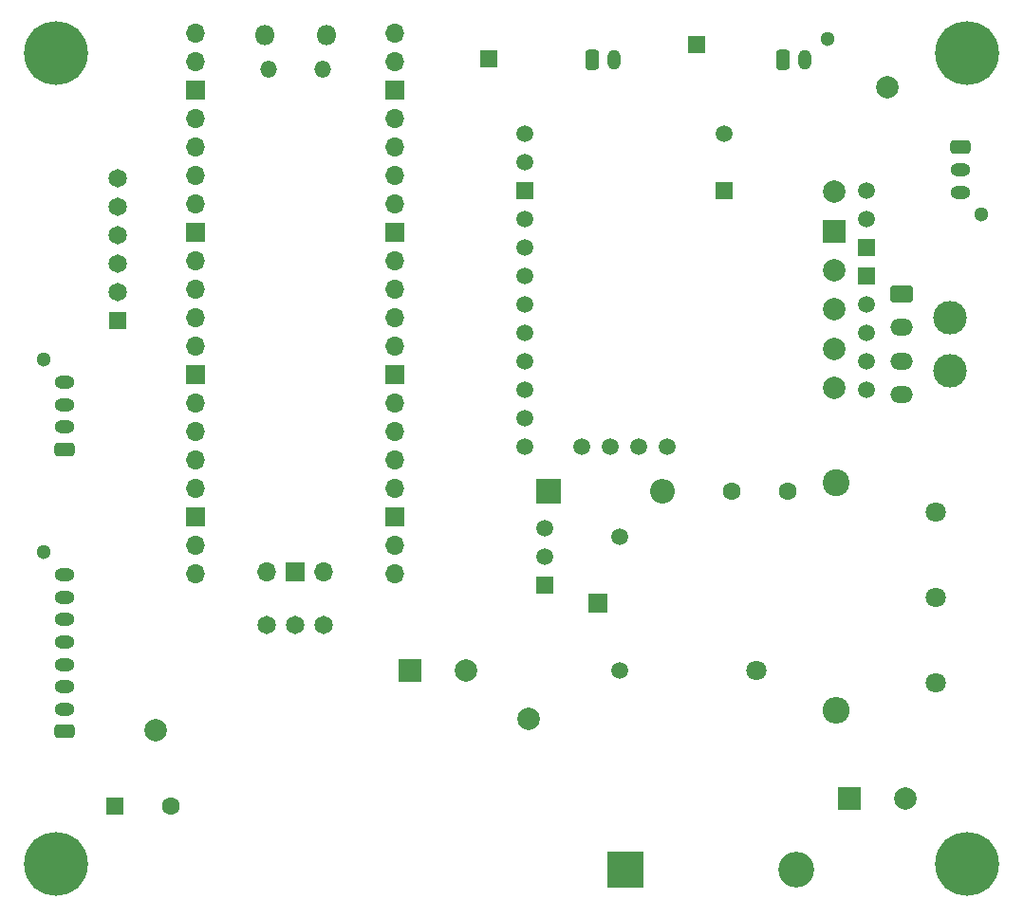
<source format=gbr>
%TF.GenerationSoftware,KiCad,Pcbnew,7.0.10*%
%TF.CreationDate,2024-03-28T21:50:04-04:00*%
%TF.ProjectId,WaveWise_PMIC,57617665-5769-4736-955f-504d49432e6b,rev?*%
%TF.SameCoordinates,Original*%
%TF.FileFunction,Soldermask,Bot*%
%TF.FilePolarity,Negative*%
%FSLAX46Y46*%
G04 Gerber Fmt 4.6, Leading zero omitted, Abs format (unit mm)*
G04 Created by KiCad (PCBNEW 7.0.10) date 2024-03-28 21:50:04*
%MOMM*%
%LPD*%
G01*
G04 APERTURE LIST*
G04 Aperture macros list*
%AMRoundRect*
0 Rectangle with rounded corners*
0 $1 Rounding radius*
0 $2 $3 $4 $5 $6 $7 $8 $9 X,Y pos of 4 corners*
0 Add a 4 corners polygon primitive as box body*
4,1,4,$2,$3,$4,$5,$6,$7,$8,$9,$2,$3,0*
0 Add four circle primitives for the rounded corners*
1,1,$1+$1,$2,$3*
1,1,$1+$1,$4,$5*
1,1,$1+$1,$6,$7*
1,1,$1+$1,$8,$9*
0 Add four rect primitives between the rounded corners*
20,1,$1+$1,$2,$3,$4,$5,0*
20,1,$1+$1,$4,$5,$6,$7,0*
20,1,$1+$1,$6,$7,$8,$9,0*
20,1,$1+$1,$8,$9,$2,$3,0*%
G04 Aperture macros list end*
%ADD10RoundRect,0.250000X-0.350000X-0.650000X0.350000X-0.650000X0.350000X0.650000X-0.350000X0.650000X0*%
%ADD11O,1.200000X1.800000*%
%ADD12C,1.300000*%
%ADD13RoundRect,0.250000X-0.650000X0.350000X-0.650000X-0.350000X0.650000X-0.350000X0.650000X0.350000X0*%
%ADD14O,1.800000X1.200000*%
%ADD15RoundRect,0.250000X0.650000X-0.350000X0.650000X0.350000X-0.650000X0.350000X-0.650000X-0.350000X0*%
%ADD16O,2.020000X1.500000*%
%ADD17RoundRect,0.250001X-0.759999X0.499999X-0.759999X-0.499999X0.759999X-0.499999X0.759999X0.499999X0*%
%ADD18C,3.000000*%
%ADD19R,1.650000X1.650000*%
%ADD20C,1.650000*%
%ADD21R,1.500000X1.500000*%
%ADD22C,1.500000*%
%ADD23C,5.700000*%
%ADD24R,2.000000X2.000000*%
%ADD25C,2.000000*%
%ADD26C,1.651000*%
%ADD27C,2.400000*%
%ADD28O,2.400000X2.400000*%
%ADD29C,1.498600*%
%ADD30C,1.803400*%
%ADD31R,1.803400X1.803400*%
%ADD32O,3.200000X3.200000*%
%ADD33R,3.200000X3.200000*%
%ADD34C,1.600000*%
%ADD35R,2.200000X2.200000*%
%ADD36O,2.200000X2.200000*%
%ADD37O,1.700000X1.700000*%
%ADD38R,1.700000X1.700000*%
%ADD39O,1.800000X1.800000*%
%ADD40O,1.500000X1.500000*%
%ADD41R,1.600000X1.600000*%
G04 APERTURE END LIST*
D10*
%TO.C,J11*%
X102378000Y-55214000D03*
D11*
X104378000Y-55214000D03*
%TD*%
D12*
%TO.C,J10*%
X123396000Y-53314000D03*
D10*
X119396000Y-55214000D03*
D11*
X121396000Y-55214000D03*
%TD*%
D12*
%TO.C,J9*%
X137155000Y-68992000D03*
D13*
X135255000Y-62992000D03*
D14*
X135255000Y-64992000D03*
X135255000Y-66992000D03*
%TD*%
D12*
%TO.C,J8*%
X53472000Y-99157000D03*
D15*
X55372000Y-115157000D03*
D14*
X55372000Y-113157000D03*
X55372000Y-111157000D03*
X55372000Y-109157000D03*
X55372000Y-107157000D03*
X55372000Y-105157000D03*
X55372000Y-103157000D03*
X55372000Y-101157000D03*
%TD*%
D12*
%TO.C,J6*%
X53472000Y-81974500D03*
D15*
X55372000Y-89974500D03*
D14*
X55372000Y-87974500D03*
X55372000Y-85974500D03*
X55372000Y-83974500D03*
%TD*%
D16*
%TO.C,J5*%
X130048000Y-85090000D03*
X130048000Y-82090000D03*
X130048000Y-79090000D03*
D17*
X130048000Y-76090000D03*
D18*
X134368000Y-78240000D03*
X134368000Y-82940000D03*
%TD*%
D19*
%TO.C,J2*%
X60071000Y-78486000D03*
D20*
X60071000Y-75946000D03*
X60071000Y-73406000D03*
X60071000Y-70866000D03*
X60071000Y-68326000D03*
X60071000Y-65786000D03*
%TD*%
D21*
%TO.C,Q2*%
X98150000Y-102108000D03*
D22*
X98150000Y-99568000D03*
X98150000Y-97028000D03*
%TD*%
D21*
%TO.C,BatteryV1*%
X111760000Y-53848000D03*
%TD*%
D23*
%TO.C,HE1*%
X54610000Y-127000000D03*
%TD*%
D24*
%TO.C,C6*%
X86186000Y-109728000D03*
D25*
X91186000Y-109728000D03*
%TD*%
D26*
%TO.C,J3*%
X73406000Y-105664000D03*
X75946000Y-105664000D03*
X78486000Y-105664000D03*
%TD*%
D27*
%TO.C,R7*%
X124206000Y-92964000D03*
D28*
X124206000Y-113284000D03*
%TD*%
D29*
%TO.C,K1*%
X104902000Y-97728002D03*
D30*
X117101198Y-109728000D03*
D29*
X104902000Y-109728000D03*
D31*
X102901999Y-103728001D03*
%TD*%
D25*
%TO.C,24V_1*%
X63500000Y-115062000D03*
%TD*%
D30*
%TO.C,J13*%
X133050000Y-110832900D03*
X133050000Y-103212900D03*
X133050000Y-95592900D03*
%TD*%
D32*
%TO.C,D1*%
X120650000Y-127508000D03*
D33*
X105410000Y-127508000D03*
%TD*%
D23*
%TO.C,H4*%
X135890000Y-127000000D03*
%TD*%
D34*
%TO.C,C2*%
X119848000Y-93726000D03*
X114848000Y-93726000D03*
%TD*%
D23*
%TO.C,H1*%
X54610000Y-54610000D03*
%TD*%
D21*
%TO.C,PanelV1*%
X93218000Y-55118000D03*
%TD*%
D25*
%TO.C,GND1*%
X96774000Y-114046000D03*
%TD*%
D35*
%TO.C,D2*%
X98552000Y-93726000D03*
D36*
X108712000Y-93726000D03*
%TD*%
D25*
%TO.C,U2*%
X123988500Y-66978200D03*
D22*
X126884100Y-66825800D03*
X126884100Y-69365800D03*
D25*
X123988500Y-73978200D03*
D22*
X126884100Y-76985800D03*
D25*
X123988500Y-77478200D03*
D22*
X126884100Y-79525800D03*
D25*
X123988500Y-80978200D03*
D22*
X126884100Y-82065800D03*
D25*
X123988500Y-84478200D03*
D22*
X126884100Y-84605800D03*
X109129500Y-89762000D03*
X106589500Y-89762000D03*
X104049500Y-89762000D03*
X101509500Y-89762000D03*
X96429500Y-89762000D03*
X96429500Y-87222000D03*
X96429500Y-84682000D03*
X96429500Y-82142000D03*
X96429500Y-79602000D03*
X96429500Y-77062000D03*
X96429500Y-74522000D03*
X96429500Y-71982000D03*
X96429500Y-69442000D03*
X96429500Y-64362000D03*
X96429500Y-61822000D03*
X114184100Y-61745800D03*
D21*
X96429500Y-66902000D03*
X114184100Y-66825800D03*
D24*
X123988500Y-70478200D03*
D21*
X126884100Y-71905800D03*
X126884100Y-74445800D03*
%TD*%
D23*
%TO.C,H2*%
X135890000Y-54610000D03*
%TD*%
D25*
%TO.C,C1*%
X130394323Y-121158000D03*
D24*
X125394323Y-121158000D03*
%TD*%
D25*
%TO.C,5V1*%
X128778000Y-57658000D03*
%TD*%
D37*
%TO.C,U1*%
X78486000Y-100862000D03*
D38*
X75946000Y-100862000D03*
D37*
X73406000Y-100862000D03*
X84836000Y-52832000D03*
X84836000Y-55372000D03*
D38*
X84836000Y-57912000D03*
D37*
X84836000Y-60452000D03*
X84836000Y-62992000D03*
X84836000Y-65532000D03*
X84836000Y-68072000D03*
D38*
X84836000Y-70612000D03*
D37*
X84836000Y-73152000D03*
X84836000Y-75692000D03*
X84836000Y-78232000D03*
X84836000Y-80772000D03*
D38*
X84836000Y-83312000D03*
D37*
X84836000Y-85852000D03*
X84836000Y-88392000D03*
X84836000Y-90932000D03*
X84836000Y-93472000D03*
D38*
X84836000Y-96012000D03*
D37*
X84836000Y-98552000D03*
X84836000Y-101092000D03*
X67056000Y-101092000D03*
X67056000Y-98552000D03*
D38*
X67056000Y-96012000D03*
D37*
X67056000Y-93472000D03*
X67056000Y-90932000D03*
X67056000Y-88392000D03*
X67056000Y-85852000D03*
D38*
X67056000Y-83312000D03*
D37*
X67056000Y-80772000D03*
X67056000Y-78232000D03*
X67056000Y-75692000D03*
X67056000Y-73152000D03*
D38*
X67056000Y-70612000D03*
D37*
X67056000Y-68072000D03*
X67056000Y-65532000D03*
X67056000Y-62992000D03*
X67056000Y-60452000D03*
D38*
X67056000Y-57912000D03*
D37*
X67056000Y-55372000D03*
X67056000Y-52832000D03*
D39*
X78671000Y-52962000D03*
D40*
X78371000Y-55992000D03*
X73521000Y-55992000D03*
D39*
X73221000Y-52962000D03*
%TD*%
D41*
%TO.C,C9*%
X59827349Y-121793000D03*
D34*
X64827349Y-121793000D03*
%TD*%
M02*

</source>
